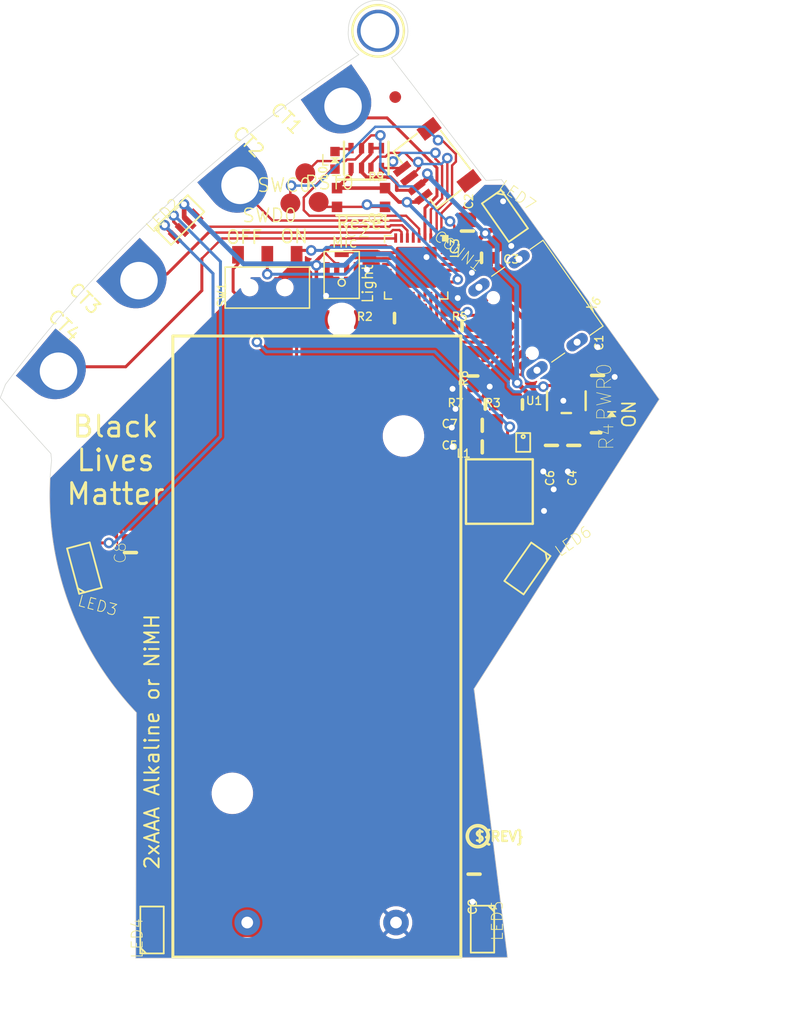
<source format=kicad_pcb>
(kicad_pcb (version 20221018) (generator pcbnew)
  (layers (0 "F.Cu" signal) (1 "In1.Cu" signal) (2 "In2.Cu" signal) (3 "In3.Cu" signal) (4 "In4.Cu" signal) (5 "In5.Cu" signal) (6 "In6.Cu" signal) (7 "In7.Cu" signal) (8 "In8.Cu" signal) (9 "In9.Cu" signal) (10 "In10.Cu" signal) (11 "In11.Cu" signal) (12 "In12.Cu" signal) (13 "In13.Cu" signal) (14 "In14.Cu" signal) (31 "B.Cu" signal) (34 "B.Paste" user) (35 "F.Paste" user) (36 "B.SilkS" user "B.Silkscreen") (37 "F.SilkS" user "F.Silkscreen") (38 "B.Mask" user) (39 "F.Mask" user) (44 "Edge.Cuts" user))
  (net 0 "")
  (net 1 "GND")
  (net 2 "D+")
  (net 3 "D-")
  (net 4 "VBUS")
  (net 5 "N$6")
  (net 6 "VBAT")
  (net 7 "~{RESET}")
  (net 8 "3.3V")
  (net 9 "SWC")
  (net 10 "SWD")
  (net 11 "VDDCORE")
  (net 12 "CC1")
  (net 13 "CC2")
  (net 14 "TPS_EN")
  (net 15 "FB")
  (net 16 "SW")
  (net 17 "AP_EN")
  (net 18 "I2S_SCK")
  (net 19 "I2S_DO")
  (net 20 "LIGHT")
  (net 21 "CT2")
  (net 22 "CT3")
  (net 23 "CT4")
  (net 24 "N$10")
  (net 25 "N$11")
  (net 26 "N$12")
  (net 27 "N$13")
  (net 28 "N$16")
  (net 29 "CT1")
  (net 30 "NEOPIXEL")
  (net 31 "LED")
  (net 32 "SDA")
  (net 33 "SCL")
  (net 34 "N$1")
  (footprint "working:MOUNTINGHOLE_3.0_PLATEDTHIN" (layer "F.Cu") (at 152.6286 66.74485)
    (fp_text reference "U$33" hide)
    (fp_text value "MOUNTINGHOLE3.0THIN" hide)
  )
  (footprint "working:0805-NO" (layer "F.Cu") (at 161.5186 100.39985 180)
    (fp_text reference "C7")
    (fp_text value "10uF")
  )
  (footprint "working:0805-NO" (layer "F.Cu") (at 171.3611 96.14535 90)
    (fp_text reference "C1")
    (fp_text value "10uF")
  )
  (footprint "working:FIDUCIAL_1MM" (layer "F.Cu") (at 137.8331 142.18285)
    (fp_text reference "FID1" hide)
    (fp_text value "FIDUCIAL_1MM" hide)
  )
  (footprint "working:EG1390" (layer "F.Cu") (at 143.1671 88.65235)
    (fp_text reference "SW1")
    (fp_text value "")
  )
  (footprint "working:SOT563" (layer "F.Cu") (at 165.0111 101.86035)
    (fp_text reference "IC1" hide)
    (fp_text value "TPS61023" hide)
  )
  (footprint "working:0805-NO" (layer "F.Cu") (at 160.2486 83.82635 90)
    (fp_text reference "C2")
    (fp_text value "10uF")
  )
  (footprint "working:INDUCTOR_5X5MM_TDK_VLC5045" (layer "F.Cu") (at 162.9791 106.05135)
    (fp_text reference "L1")
    (fp_text value "1uH")
  )
  (footprint "working:BTN_KMR2_4.6X2.8" (layer "F.Cu") (at 151.1681 80.963769 180)
    (fp_text reference "Q2")
    (fp_text value "reset")
  )
  (footprint "working:0805-NO" (layer "F.Cu") (at 131.4831 111.25835 90)
    (fp_text reference "C8")
    (fp_text value "10uF")
  )
  (footprint "working:TP17R" (layer "F.Cu") (at 146.4056 78.89875 180)
    (fp_text reference "SWC0")
    (fp_text value "TPTP17R")
  )
  (footprint "working:TP17R" (layer "F.Cu") (at 145.1356 81.47685 180)
    (fp_text reference "SWD0")
    (fp_text value "TPTP17R")
  )
  (footprint "working:SPK0415HM4H" (layer "F.Cu") (at 149.5171 87.57285 180)
    (fp_text reference "IC2")
    (fp_text value "MIC_PDM")
  )
  (footprint "working:PCB_ALLI" (layer "F.Cu") (at 132.570307 88.41695 45)
    (fp_text reference "TP4" hide)
    (fp_text value "SEWTAPPCB_ALLIGATOR" hide)
  )
  (footprint "working:CHIPLED_0603_NOOUTLINE" (layer "F.Cu") (at 172.5676 99.44735)
    (fp_text reference "PWR0")
    (fp_text value "green")
  )
  (footprint "working:0603-NO" (layer "F.Cu") (at 161.7726 98.62185 180)
    (fp_text reference "R7")
    (fp_text value "100K")
  )
  (footprint "working:PCB_ALLI" (layer "F.Cu") (at 141.164015 80.317725 40)
    (fp_text reference "TP3" hide)
    (fp_text value "SEWTAPPCB_ALLIGATOR" hide)
  )
  (footprint "working:JST_SH4" (layer "F.Cu") (at 157.5816 78.17485 127.5)
    (fp_text reference "CONN1")
    (fp_text value "STEMMA_I2C_QT" hide)
  )
  (footprint "working:WS2812B_4020" (layer "F.Cu") (at 163.45309 82.537754 -55)
    (fp_text reference "LED7")
    (fp_text value "WS2812B_4020")
  )
  (footprint "working:PCB_ALLI" (layer "F.Cu") (at 149.92399 73.60156 35)
    (fp_text reference "TP2" hide)
    (fp_text value "SEWTAPPCB_ALLIGATOR" hide)
  )
  (footprint "working:0603-NO" (layer "F.Cu") (at 161.4551 86.11235)
    (fp_text reference "C3")
    (fp_text value "1uF")
  )
  (footprint "working:2XAAA" (layer "F.Cu") (at 135.1026 92.77985 -90)
    (fp_text reference "BATT1" hide)
    (fp_text value "BATTERYHOLDER_2XAAA" hide)
  )
  (footprint "working:CHIPLED_0603_NOOUTLINE" (layer "F.Cu") (at 148.9456 77.79385)
    (fp_text reference "L0")
    (fp_text value "red")
  )
  (footprint "working:0805-NO" (layer "F.Cu") (at 169.3291 102.11435 -90)
    (fp_text reference "C4")
    (fp_text value "10uF")
  )
  (footprint "working:PCBFEAT-REV-040" (layer "F.Cu") (at 161.1376 135.45185)
    (fp_text reference "U$40" hide)
    (fp_text value "" hide)
  )
  (footprint "working:WS2812B_4020" (layer "F.Cu") (at 133.3246 143.45285 90)
    (fp_text reference "LED4")
    (fp_text value "WS2812B_4020")
  )
  (footprint "working:ALS-PT26-21C" (layer "F.Cu") (at 149.5171 91.38285 180)
    (fp_text reference "U2" hide)
    (fp_text value "ALS-PT26-21C" hide)
  )
  (footprint "working:0603-NO" (layer "F.Cu") (at 159.789231 91.9287)
    (fp_text reference "R5")
    (fp_text value "5.1K")
  )
  (footprint "working:0603-NO" (layer "F.Cu") (at 164.9476 98.62185 180)
    (fp_text reference "R3")
    (fp_text value "450K")
  )
  (footprint "working:0603-NO" (layer "F.Cu") (at 160.738003 96.190254 90)
    (fp_text reference "R6")
    (fp_text value "5.1K")
  )
  (footprint "working:WS2812B_4020" (layer "F.Cu") (at 135.663206 82.884747 45)
    (fp_text reference "LED2")
    (fp_text value "WS2812B_4020")
  )
  (footprint "working:PCB_ALLI" (layer "F.Cu") (at 125.72761 96.113572 50)
    (fp_text reference "TP1" hide)
    (fp_text value "SEWTAPPCB_ALLIGATOR" hide)
  )
  (footprint "working:QFN32_5MM" (layer "F.Cu") (at 155.874718 86.92261 -90)
    (fp_text reference "IC3")
    (fp_text value "ATSAMD21E")
  )
  (footprint "working:TP17R" (layer "F.Cu") (at 147.5486 81.34985)
    (fp_text reference "RST0")
    (fp_text value "TPTP17R")
  )
  (footprint "working:SOT23-5" (layer "F.Cu") (at 168.6941 98.30435 180)
    (fp_text reference "U1")
    (fp_text value "AP2112K-3.3")
  )
  (footprint "working:0805-NO" (layer "F.Cu") (at 167.4241 102.11435 -90)
    (fp_text reference "C6")
    (fp_text value "10uF")
  )
  (footprint "working:USB_C_CUSB31-CFM2AX-01-X" (layer "F.Cu") (at 166.145075 90.463035 125)
    (fp_text reference "X6")
    (fp_text value "USB C")
  )
  (footprint "working:RESPACK_4X0603" (layer "F.Cu") (at 151.6126 77.60335 180)
    (fp_text reference "R9")
    (fp_text value "10K")
  )
  (footprint "working:WS2812B_4020" (layer "F.Cu") (at 161.535003 143.38251 -90)
    (fp_text reference "LED5")
    (fp_text value "WS2812B_4020")
  )
  (footprint "working:FIDUCIAL_1MM" (layer "F.Cu") (at 154.0891 72.39635)
    (fp_text reference "FID2" hide)
    (fp_text value "FIDUCIAL_1MM" hide)
  )
  (footprint "working:0805-NO" (layer "F.Cu") (at 160.8201 138.69035 -90)
    (fp_text reference "C9")
    (fp_text value "10uF")
  )
  (footprint "working:0805-NO" (layer "F.Cu") (at 161.5186 102.24135 180)
    (fp_text reference "C5")
    (fp_text value "10uF")
  )
  (footprint "working:WS2812B_4020" (layer "F.Cu") (at 127.55295 112.58085 105)
    (fp_text reference "LED3")
    (fp_text value "WS2812B_4020")
  )
  (footprint "working:0603-NO" (layer "F.Cu") (at 154.0256 91.25585 180)
    (fp_text reference "R2")
    (fp_text value "10K")
  )
  (footprint "working:WS2812B_4020" (layer "F.Cu") (at 165.371346 112.613335 -125)
    (fp_text reference "LED6")
    (fp_text value "WS2812B_4020")
  )
  (footprint "working:0603-NO" (layer "F.Cu") (at 171.2341 101.03485 -90)
    (fp_text reference "R4")
    (fp_text value "10K")
  )
  (footprint "working:BLM_FRONT" (layer "B.Cu") (at 176.3141 148.97735 180)
    (fp_text reference "U$1" hide)
    (fp_text value "" hide)
  )
  (gr_line (start 124.7521 103.38435) (end 124.6886 102.81285) (stroke (width 0.05)) (layer "Edge.Cuts"))
  (gr_line (start 153.7716 69.03085) (end 161.8361 79.50835) (stroke (width 0.05)) (layer "Edge.Cuts"))
  (gr_arc (start 150.9776 68.77685) (mid 150.252356 67.848203) (end 150.0886 66.68135) (stroke (width 0.05)) (layer "Edge.Cuts"))
  (gr_line (start 131.9276 145.86585) (end 131.9911 124.91085) (stroke (width 0.05)) (layer "Edge.Cuts"))
  (gr_line (start 160.8201 122.87885) (end 163.6776 145.80235) (stroke (width 0.05)) (layer "Edge.Cuts"))
  (gr_line (start 163.6776 145.80235) (end 131.9276 145.86585) (stroke (width 0.05)) (layer "Edge.Cuts"))
  (gr_line (start 161.8361 79.50835) (end 163.1696 79.44485) (stroke (width 0.05)) (layer "Edge.Cuts"))
  (gr_arc (start 155.1686 66.80835) (mid 154.767859 68.106763) (end 153.7716 69.030851) (stroke (width 0.05)) (layer "Edge.Cuts"))
  (gr_arc (start 152.5651 64.14135) (mid 154.419204 64.935647) (end 155.1686 66.80835) (stroke (width 0.05)) (layer "Edge.Cuts"))
  (gr_line (start 124.6886 102.81285) (end 120.3706 98.05035) (stroke (width 0.05)) (layer "Edge.Cuts"))
  (gr_arc (start 131.9911 124.91085) (mid 125.985445 114.950024) (end 124.752101 103.38435) (stroke (width 0.05)) (layer "Edge.Cuts"))
  (gr_arc (start 120.8151 96.90735) (mid 134.6658 81.522662) (end 150.9776 68.77685) (stroke (width 0.05)) (layer "Edge.Cuts"))
  (gr_line (start 163.1696 79.44485) (end 176.6316 98.17735) (stroke (width 0.05)) (layer "Edge.Cuts"))
  (gr_line (start 176.6316 98.17735) (end 160.8201 122.87885) (stroke (width 0.05)) (layer "Edge.Cuts"))
  (gr_arc (start 150.0886 66.68135) (mid 150.800799 64.89845) (end 152.5651 64.14135) (stroke (width 0.05)) (layer "Edge.Cuts"))
  (gr_line (start 120.3706 98.05035) (end 120.8151 96.90735) (stroke (width 0.05)) (layer "Edge.Cuts"))
  (gr_text "ON" (at 173.3931 98.17735 90) (layer "F.SilkS") (effects (font (size 1.1176 1.1176) (thickness 0.1524)) (justify right top)))
  (gr_text "CT4" (at 127.411397 92.535425 315) (layer "F.SilkS") (effects (font (size 1.1176 1.1176) (thickness 0.1524)) (justify right top)))
  (gr_text "2xAAA Alkaline or NiMH" (at 133.3246 127.38735 90) (layer "F.SilkS") (effects (font (size 1.22936 1.22936) (thickness 0.16764))))
  (gr_text "CT3" (at 129.181691 90.250747 315) (layer "F.SilkS") (effects (font (size 1.1176 1.1176) (thickness 0.1524)) (justify right top)))
  (gr_text "L" (at 148.0566 77.79385) (layer "F.SilkS") (effects (font (size 0.89408 0.89408) (thickness 0.12192))))
  (gr_text "ON" (at 146.7231 83.63585) (layer "F.SilkS") (effects (font (size 1.1176 1.1176) (thickness 0.1524)) (justify right top)))
  (gr_text "CT2" (at 143.159393 76.886254 315) (layer "F.SilkS") (effects (font (size 1.1176 1.1176) (thickness 0.1524)) (justify right top)))
  (gr_text "Mic" (at 149.7711 84.77885) (layer "F.SilkS") (effects (font (size 0.89408 0.89408) (thickness 0.12192))))
  (gr_text "OFF" (at 142.8496 83.69935) (layer "F.SilkS") (effects (font (size 1.1176 1.1176) (thickness 0.1524)) (justify right top)))
  (gr_text "Black\nLives\nMatter" (at 130.2131 103.38435) (layer "F.SilkS") (effects (font (size 1.78816 1.78816) (thickness 0.24384))))
  (gr_text "Reset" (at 148.9456 83.76285) (layer "F.SilkS") (effects (font (size 1.1176 1.1176) (thickness 0.1524)) (justify left bottom)))
  (gr_text "Light" (at 151.7396 88.33485 90) (layer "F.SilkS") (effects (font (size 0.89408 0.89408) (thickness 0.12192))))
  (gr_text "CT1" (at 146.40879 74.876044 315) (layer "F.SilkS") (effects (font (size 1.1176 1.1176) (thickness 0.1524)) (justify right top)))
  (segment (start 150.3126 78.45335) (end 150.3126 78.969269) (width 0.3048) (layer "F.Cu") (net 1))
  (segment (start 154.404181 81.34985) (end 155.2956 81.34985) (width 0.3048) (layer "F.Cu") (net 1))
  (segment (start 154.624718 85.67261) (end 155.874718 86.92261) (width 0.254) (layer "F.Cu") (net 1))
  (segment (start 158.374718 87.17261) (end 156.124718 87.17261) (width 0.254) (layer "F.Cu") (net 1))
  (segment (start 140.2461 87.06485) (end 140.2461 88.96985) (width 0.254) (layer "F.Cu") (net 1))
  (segment (start 158.374718 87.17261) (end 160.102359 87.17261) (width 0.254) (layer "F.Cu") (net 1))
  (segment (start 155.874718 86.92261) (end 156.748478 86.04885) (width 0.254) (layer "F.Cu") (net 1))
  (segment (start 153.374718 85.67261) (end 154.624718 85.67261) (width 0.254) (layer "F.Cu") (net 1))
  (segment (start 150.3126 78.969269) (end 149.1181 80.163769) (width 0.3048) (layer "F.Cu") (net 1))
  (segment (start 134.404496 83.328038) (end 134.404496 83.464519) (width 0.254) (layer "F.Cu") (net 1))
  (segment (start 155.2956 81.34985) (end 156.045706 81.34985) (width 0.3048) (layer "F.Cu") (net 1))
  (segment (start 160.0581 89.66835) (end 159.2326 89.66835) (width 0.254) (layer "F.Cu") (net 1))
  (segment (start 156.748478 86.04885) (end 156.7561 86.04885) (width 0.254) (layer "F.Cu") (net 1))
  (segment (start 152.6921 85.60435) (end 152.760359 85.67261) (width 0.254) (layer "F.Cu") (net 1))
  (segment (start 135.274296 84.334319) (end 134.404496 83.464519) (width 0.254) (layer "F.Cu") (net 1))
  (segment (start 155.2956 81.34985) (end 155.281937 81.363513) (width 0.3048) (layer "F.Cu") (net 1))
  (segment (start 156.124718 87.17261) (end 155.874718 86.92261) (width 0.254) (layer "F.Cu") (net 1))
  (segment (start 160.384303 89.875079) (end 160.308575 89.79935) (width 0.254) (layer "F.Cu") (net 1))
  (segment (start 140.6671 85.85235) (end 140.6671 86.64385) (width 0.254) (layer "F.Cu") (net 1))
  (segment (start 160.1891 89.79935) (end 160.0581 89.66835) (width 0.254) (layer "F.Cu") (net 1))
  (segment (start 159.2326 89.66835) (end 158.939231 89.961719) (width 0.254) (layer "F.Cu") (net 1))
  (segment (start 162.3051 86.78635) (end 162.3051 86.11235) (width 0.254) (layer "F.Cu") (net 1))
  (segment (start 153.2181 80.163769) (end 154.404181 81.34985) (width 0.3048) (layer "F.Cu") (net 1))
  (segment (start 148.8921 88.19785) (end 148.2671 87.57285) (width 0.254) (layer "F.Cu") (net 1))
  (segment (start 149.7356 85.60435) (end 152.6921 85.60435) (width 0.254) (layer "F.Cu") (net 1))
  (segment (start 160.102359 87.17261) (end 160.3121 87.38235) (width 0.254) (layer "F.Cu") (net 1))
  (segment (start 149.0921 88.19785) (end 148.8921 88.19785) (width 0.254) (layer "F.Cu") (net 1))
  (segment (start 140.6671 89.39085) (end 140.6671 91.45235) (width 0.254) (layer "F.Cu") (net 1))
  (segment (start 161.405734 89.875079) (end 160.384303 89.875079) (width 0.254) (layer "F.Cu") (net 1))
  (segment (start 152.760359 85.67261) (end 153.374718 85.67261) (width 0.254) (layer "F.Cu") (net 1))
  (segment (start 156.045706 81.34985) (end 156.50025 80.895307) (width 0.3048) (layer "F.Cu") (net 1))
  (segment (start 149.1181 80.163769) (end 153.2181 80.163769) (width 0.3048) (layer "F.Cu") (net 1))
  (segment (start 155.281937 81.363513) (end 155.087293 81.363513) (width 0.3048) (layer "F.Cu") (net 1))
  (segment (start 149.5171 85.82285) (end 149.7356 85.60435) (width 0.254) (layer "F.Cu") (net 1))
  (segment (start 158.939231 89.961719) (end 158.939231 91.9287) (width 0.254) (layer "F.Cu") (net 1))
  (segment (start 160.3121 87.38235) (end 161.7091 87.38235) (width 0.254) (layer "F.Cu") (net 1))
  (segment (start 140.6671 86.64385) (end 140.2461 87.06485) (width 0.254) (layer "F.Cu") (net 1))
  (segment (start 160.308575 89.79935) (end 160.1891 89.79935) (width 0.254) (layer "F.Cu") (net 1))
  (segment (start 140.2461 88.96985) (end 140.6671 89.39085) (width 0.254) (layer "F.Cu") (net 1))
  (segment (start 161.7091 87.38235) (end 162.3051 86.78635) (width 0.254) (layer "F.Cu") (net 1))
  (via (at 172.8216 96.27235) (size 0.9064) (drill 0.5) (layers "F.Cu" "B.Cu") (net 1))
  (via (at 168.4401 98.30435) (size 0.9064) (drill 0.5) (layers "F.Cu" "B.Cu") (net 1))
  (via (at 151.6761 87.12835) (size 0.9064) (drill 0.5) (layers "F.Cu" "B.Cu") (net 1))
  (via (at 163.9951 85.09635) (size 0.9064) (drill 0.5) (layers "F.Cu" "B.Cu") (net 1))
  (via (at 162.1536 97.09785) (size 0.9064) (drill 0.5) (layers "F.Cu" "B.Cu") (net 1))
  (via (at 166.7891 107.70235) (size 0.9064) (drill 0.5) (layers "F.Cu" "B.Cu") (net 1))
  (via (at 158.9151 100.59035) (size 0.9064) (drill 0.5) (layers "F.Cu" "B.Cu") (net 1))
  (via (at 156.7561 86.04885) (size 0.9064) (drill 0.5) (layers "F.Cu" "B.Cu") (net 1))
  (via (at 159.2326 99.00285) (size 0.9064) (drill 0.5) (layers "F.Cu" "B.Cu") (net 1))
  (via (at 158.9786 97.28835) (size 0.9064) (drill 0.5) (layers "F.Cu" "B.Cu") (net 1))
  (via (at 159.4231 89.54135) (size 0.9064) (drill 0.5) (layers "F.Cu" "B.Cu") (net 1))
  (via (at 168.8211 104.33685) (size 0.9064) (drill 0.5) (layers "F.Cu" "B.Cu") (net 1))
  (via (at 134.404496 83.328038) (size 0.9064) (drill 0.5) (layers "F.Cu" "B.Cu") (net 1))
  (via (at 171.3611 93.73235) (size 0.9064) (drill 0.5) (layers "F.Cu" "B.Cu") (net 1))
  (via (at 160.6296 87.38235) (size 0.9064) (drill 0.5) (layers "F.Cu" "B.Cu") (net 1))
  (via (at 163.2966 81.28635) (size 0.9064) (drill 0.5) (layers "F.Cu" "B.Cu") (net 1))
  (via (at 158.9786 102.24135) (size 0.9064) (drill 0.5) (layers "F.Cu" "B.Cu") (net 1))
  (via (at 166.7256 104.33685) (size 0.9064) (drill 0.5) (layers "F.Cu" "B.Cu") (net 1))
  (via (at 160.6931 141.03985) (size 0.9064) (drill 0.5) (layers "F.Cu" "B.Cu") (net 1))
  (via (at 148.1836 89.35085) (size 0.9064) (drill 0.5) (layers "F.Cu" "B.Cu") (net 1))
  (via (at 155.087293 81.363513) (size 0.9064) (drill 0.5) (layers "F.Cu" "B.Cu") (net 1))
  (via (at 167.6146 105.86085) (size 0.9064) (drill 0.5) (layers "F.Cu" "B.Cu") (net 1))
  (segment (start 157.9626 84.238819) (end 157.9626 84.27085) (width 0.3048) (layer "B.Cu") (net 1))
  (segment (start 134.404496 83.328038) (end 138.5316 87.455141) (width 0.254) (layer "B.Cu") (net 1))
  (segment (start 138.5316 87.455141) (end 138.5316 92.08135) (width 0.254) (layer "B.Cu") (net 1))
  (segment (start 155.087293 81.363513) (end 157.9626 84.238819) (width 0.3048) (layer "B.Cu") (net 1))
  (segment (start 164.1221 91.76385) (end 164.1221 92.08135) (width 0.254) (layer "F.Cu") (net 2))
  (segment (start 162.810996 91.882) (end 163.045965 91.647032) (width 0.254) (layer "F.Cu") (net 2))
  (segment (start 162.484181 92.116969) (end 162.576028 92.116969) (width 0.254) (layer "F.Cu") (net 2))
  (segment (start 161.7578 92.84335) (end 162.484181 92.116969) (width 0.254) (layer "F.Cu") (net 2))
  (segment (start 164.1221 92.08135) (end 163.549918 92.653532) (width 0.254) (layer "F.Cu") (net 2))
  (segment (start 163.332568 91.44635) (end 163.8046 91.44635) (width 0.254) (layer "F.Cu") (net 2))
  (segment (start 163.549918 92.653532) (end 163.481981 92.653532) (width 0.254) (layer "F.Cu") (net 2))
  (segment (start 157.624718 89.42261) (end 157.624718 92.441969) (width 0.254) (layer "F.Cu") (net 2))
  (segment (start 163.434359 92.701154) (end 163.384575 92.701154) (width 0.254) (layer "F.Cu") (net 2))
  (segment (start 158.0261 92.84335) (end 161.7578 92.84335) (width 0.254) (layer "F.Cu") (net 2))
  (segment (start 163.045965 91.647032) (end 163.332568 91.44635) (width 0.254) (layer "F.Cu") (net 2))
  (segment (start 163.481981 92.653532) (end 163.434359 92.701154) (width 0.254) (layer "F.Cu") (net 2))
  (segment (start 157.624718 92.441969) (end 158.0261 92.84335) (width 0.254) (layer "F.Cu") (net 2))
  (segment (start 162.576028 92.116969) (end 162.810996 91.882) (width 0.254) (layer "F.Cu") (net 2))
  (segment (start 163.8046 91.44635) (end 164.1221 91.76385) (width 0.254) (layer "F.Cu") (net 2))
  (segment (start 162.18374 93.190991) (end 162.7251 93.73235) (width 0.254) (layer "F.Cu") (net 3))
  (segment (start 161.947181 93.30055) (end 162.18374 93.063991) (width 0.254) (layer "F.Cu") (net 3))
  (segment (start 163.048006 92.291575) (end 163.097784 92.291575) (width 0.254) (layer "F.Cu") (net 3))
  (segment (start 162.673562 92.574169) (end 162.765412 92.574169) (width 0.254) (layer "F.Cu") (net 3))
  (segment (start 162.765412 92.574169) (end 163.048006 92.291575) (width 0.254) (layer "F.Cu") (net 3))
  (segment (start 163.392168 93.298069) (end 163.484021 93.298069) (width 0.254) (layer "F.Cu") (net 3))
  (segment (start 157.124718 89.42261) (end 157.124718 92.703969) (width 0.254) (layer "F.Cu") (net 3))
  (segment (start 162.7251 93.73235) (end 162.957887 93.73235) (width 0.254) (layer "F.Cu") (net 3))
  (segment (start 163.484021 93.298069) (end 163.671362 93.110729) (width 0.254) (layer "F.Cu") (net 3))
  (segment (start 157.7213 93.30055) (end 161.947181 93.30055) (width 0.254) (layer "F.Cu") (net 3))
  (segment (start 157.124718 92.703969) (end 157.7213 93.30055) (width 0.254) (layer "F.Cu") (net 3))
  (segment (start 162.18374 93.063991) (end 162.673562 92.574169) (width 0.254) (layer "F.Cu") (net 3))
  (segment (start 162.957887 93.73235) (end 163.392168 93.298069) (width 0.254) (layer "F.Cu") (net 3))
  (segment (start 162.18374 93.063991) (end 162.18374 93.190991) (width 0.254) (layer "F.Cu") (net 3))
  (segment (start 160.517228 91.016479) (end 160.2486 90.74785) (width 0.254) (layer "F.Cu") (net 4))
  (segment (start 146.9136 85.47735) (end 145.8516 85.47735) (width 0.254) (layer "F.Cu") (net 4))
  (segment (start 163.999068 90.243819) (end 165.8366 92.08135) (width 0.4064) (layer "F.Cu") (net 4))
  (segment (start 169.895578 97.09535) (end 169.6441 96.89496) (width 0.4064) (layer "F.Cu") (net 4))
  (segment (start 145.8516 85.47735) (end 145.6671 85.66185) (width 0.254) (layer "F.Cu") (net 4))
  (segment (start 164.617762 94.443738) (end 164.617762 94.462329) (width 0.254) (layer "F.Cu") (net 4))
  (segment (start 162.151178 90.243819) (end 161.864596 90.5304) (width 0.3048) (layer "F.Cu") (net 4))
  (segment (start 169.6441 97.00425) (end 169.6441 96.89496) (width 0.4064) (layer "F.Cu") (net 4))
  (segment (start 165.8366 93.038679) (end 165.8366 92.08135) (width 0.4064) (layer "F.Cu") (net 4))
  (segment (start 169.895578 97.09535) (end 171.3611 97.09535) (width 0.4064) (layer "F.Cu") (net 4))
  (segment (start 165.313665 93.561613) (end 165.8366 93.038679) (width 0.4064) (layer "F.Cu") (net 4))
  (segment (start 169.6441 95.88885) (end 169.6441 97.00425) (width 0.4064) (layer "F.Cu") (net 4))
  (segment (start 162.151178 90.243819) (end 163.999068 90.243819) (width 0.3048) (layer "F.Cu") (net 4))
  (segment (start 165.313665 93.561613) (end 165.091846 93.783432) (width 0.254) (layer "F.Cu") (net 4))
  (segment (start 165.091846 93.783432) (end 165.025787 94.158035) (width 0.254) (layer "F.Cu") (net 4))
  (segment (start 145.6671 85.85235) (end 145.6671 85.66185) (width 0.254) (layer "F.Cu") (net 4))
  (segment (start 165.8366 92.08135) (end 169.6441 95.88885) (width 0.4064) (layer "F.Cu") (net 4))
  (segment (start 165.025787 94.158035) (end 164.617762 94.443738) (width 0.254) (layer "F.Cu") (net 4))
  (segment (start 161.864596 90.5304) (end 161.378518 91.016479) (width 0.254) (layer "F.Cu") (net 4))
  (segment (start 161.378518 91.016479) (end 160.517228 91.016479) (width 0.254) (layer "F.Cu") (net 4))
  (via (at 160.2486 90.74785) (size 0.9064) (drill 0.5) (layers "F.Cu" "B.Cu") (net 4))
  (via (at 146.9136 85.47735) (size 0.9064) (drill 0.5) (layers "F.Cu" "B.Cu") (net 4))
  (segment (start 147.9296 85.47735) (end 146.9136 85.47735) (width 0.254) (layer "B.Cu") (net 4))
  (segment (start 148.1836 85.22335) (end 147.9296 85.47735) (width 0.254) (layer "B.Cu") (net 4))
  (segment (start 160.2486 90.74785) (end 159.2961 90.74785) (width 0.254) (layer "B.Cu") (net 4))
  (segment (start 153.7716 85.22335) (end 148.1836 85.22335) (width 0.254) (layer "B.Cu") (net 4))
  (segment (start 159.2961 90.74785) (end 153.7716 85.22335) (width 0.254) (layer "B.Cu") (net 4))
  (segment (start 172.5551 100.18485) (end 172.5676 100.19735) (width 0.254) (layer "F.Cu") (net 5))
  (segment (start 171.2341 100.18485) (end 172.5551 100.18485) (width 0.254) (layer "F.Cu") (net 5))
  (segment (start 145.6671 99.72485) (end 150.2791 104.33685) (width 0.254) (layer "F.Cu") (net 6))
  (segment (start 159.6646 104.33685) (end 150.2791 104.33685) (width 0.254) (layer "F.Cu") (net 6))
  (segment (start 161.3791 106.05135) (end 159.6646 104.33685) (width 0.254) (layer "F.Cu") (net 6))
  (segment (start 145.6671 91.45235) (end 145.6671 99.72485) (width 0.254) (layer "F.Cu") (net 6))
  (segment (start 151.6761 81.763769) (end 149.1181 81.763769) (width 0.2032) (layer "F.Cu") (net 7))
  (segment (start 153.2181 81.763769) (end 151.6761 81.763769) (width 0.2032) (layer "F.Cu") (net 7))
  (segment (start 159.4231 88.17261) (end 159.4231 87.95385) (width 0.254) (layer "F.Cu") (net 7))
  (segment (start 147.962518 81.763769) (end 149.1181 81.763769) (width 0.2032) (layer "F.Cu") (net 7))
  (segment (start 151.6761 81.573269) (end 151.6761 81.763769) (width 0.2032) (layer "F.Cu") (net 7))
  (segment (start 147.5486 81.34985) (end 147.962518 81.763769) (width 0.2032) (layer "F.Cu") (net 7))
  (segment (start 158.374718 88.17261) (end 159.4231 88.17261) (width 0.254) (layer "F.Cu") (net 7))
  (via (at 151.6761 81.573269) (size 0.9064) (drill 0.5) (layers "F.Cu" "B.Cu") (net 7))
  (via (at 159.4231 87.95385) (size 0.9064) (drill 0.5) (layers "F.Cu" "B.Cu") (net 7))
  (segment (start 159.4231 87.95385) (end 159.4866 87.89035) (width 0.254) (layer "B.Cu") (net 7))
  (segment (start 159.4866 87.63635) (end 153.5176 81.66735) (width 0.254) (layer "B.Cu") (net 7))
  (segment (start 159.4866 87.63635) (end 159.4866 87.89035) (width 0.254) (layer "B.Cu") (net 7))
  (segment (start 151.6761 81.573269) (end 151.770181 81.66735) (width 0.254) (layer "B.Cu") (net 7))
  (segment (start 153.5176 81.66735) (end 151.770181 81.66735) (width 0.254) (layer "B.Cu") (net 7))
  (segment (start 135.8591 143.00285) (end 137.3251 144.46885) (width 0.4064) (layer "F.Cu") (net 8))
  (segment (start 152.0126 76.75335) (end 152.9126 76.75335) (width 0.254) (layer "F.Cu") (net 8))
  (segment (start 155.709871 80.347069) (end 154.2161 80.347069) (width 0.254) (layer "F.Cu") (net 8))
  (segment (start 161.7726 84.01685) (end 161.8996 84.01685) (width 0.4064) (layer "F.Cu") (net 8))
  (segment (start 161.61385 84.1756) (end 161.0131 84.77635) (width 0.4064) (layer "F.Cu") (net 8))
  (segment (start 162.67054 83.76285) (end 162.1536 83.76285) (width 0.4064) (layer "F.Cu") (net 8))
  (segment (start 151.2126 78.45335) (end 151.2126 78.795325) (width 0.3048) (layer "F.Cu") (net 8))
  (segment (start 164.5031 96.78035) (end 165.7976 98.07485) (width 0.4064) (layer "F.Cu") (net 8))
  (segment (start 155.891487 80.101954) (end 156.043115 80.101954) (width 0.4064) (layer "F.Cu") (net 8))
  (segment (start 148.282684 85.886266) (end 148.123934 85.727516) (width 0.2032) (layer "F.Cu") (net 8))
  (segment (start 159.61744 137.74035) (end 159.61494 137.73785) (width 0.4064) (layer "F.Cu") (net 8))
  (segment (start 148.635768 85.09635) (end 148.064268 85.66785) (width 0.254) (layer "F.Cu") (net 8))
  (segment (start 152.0126 77.2499) (end 151.2126 78.0499) (width 0.254) (layer "F.Cu") (net 8))
  (segment (start 152.0126 77.2499) (end 152.0126 76.75335) (width 0.254) (layer "F.Cu") (net 8))
  (segment (start 147.7171 91.38285) (end 147.3581 91.02385) (width 0.3048) (layer "F.Cu") (net 8))
  (segment (start 159.61494 143.83251) (end 160.785003 143.83251) (width 0.4064) (layer "F.Cu") (net 8))
  (segment (start 170.1571 101.16435) (end 170.7896 101.79685) (width 0.4064) (layer "F.Cu") (net 8))
  (segment (start 136.511734 83.096882) (end 136.067234 82.652382) (width 0.4064) (layer "F.Cu") (net 8))
  (segment (start 130.75035 112.9411) (end 130.68935 112.9411) (width 0.4064) (layer "F.Cu") (net 8))
  (segment (start 159.61494 143.83251) (end 159.61494 137.73785) (width 0.4064) (layer "F.Cu") (net 8))
  (segment (start 159.6136 133.67385) (end 159.6136 115.32235) (width 0.4064) (layer "F.Cu") (net 8))
  (segment (start 151.650825 79.23355) (end 151.2126 78.795325) (width 0.3048) (layer "F.Cu") (net 8))
  (segment (start 147.3581 86.74735) (end 147.3581 86.36635) (width 0.3048) (layer "F.Cu") (net 8))
  (segment (start 148.282684 85.886266) (end 148.064268 85.66785) (width 0.1778) (layer "F.Cu") (net 8))
  (segment (start 147.3581 86.36635) (end 147.675587 86.048863) (width 0.3048) (layer "F.Cu") (net 8))
  (segment (start 154.2161 79.76235) (end 154.2161 80.347069) (width 0.3048) (layer "F.Cu") (net 8))
  (segment (start 163.096834 83.336557) (end 162.67054 83.76285) (width 0.4064) (layer "F.Cu") (net 8))
  (segment (start 155.891487 80.101954) (end 155.891487 80.165454) (width 0.254) (layer "F.Cu") (net 8))
  (segment (start 134.0746 143.00285) (end 135.8591 143.00285) (width 0.4064) (layer "F.Cu") (net 8))
  (segment (start 151.2126 78.45335) (end 151.2126 78.0499) (width 0.254) (layer "F.Cu") (net 8))
  (segment (start 147.996934 85.727516) (end 147.675587 86.048863) (width 0.254) (layer "F.Cu") (net 8))
  (segment (start 149.0921 86.94785) (end 148.917684 86.773435) (width 0.2032) (layer "F.Cu") (net 8))
  (segment (start 170.7896 101.79685) (end 170.7896 103.833972) (width 0.4064) (layer "F.Cu") (net 8))
  (segment (start 148.123934 85.727516) (end 147.996934 85.727516) (width 0.2032) (layer "F.Cu") (net 8))
  (segment (start 158.9786 144.46885) (end 159.61494 143.83251) (width 0.4064) (layer "F.Cu") (net 8))
  (segment (start 128.160929 111.952072) (end 129.700322 111.952072) (width 0.4064) (layer "F.Cu") (net 8))
  (segment (start 159.61494 133.675191) (end 159.6136 133.67385) (width 0.4064) (layer "F.Cu") (net 8))
  (segment (start 161.7726 84.01685) (end 161.7726 84.1756) (width 0.4064) (layer "F.Cu") (net 8))
  (segment (start 162.9791 111.95685) (end 163.6141 111.95685) (width 0.4064) (layer "F.Cu") (net 8))
  (segment (start 135.8591 118.11085) (end 135.8591 143.00285) (width 0.4064) (layer "F.Cu") (net 8))
  (segment (start 153.6873 79.23355) (end 154.2161 79.76235) (width 0.3048) (layer "F.Cu") (net 8))
  (segment (start 170.8776 101.88485) (end 170.7896 101.79685) (width 0.4064) (layer "F.Cu") (net 8))
  (segment (start 130.68935 112.9411) (end 135.8591 118.11085) (width 0.4064) (layer "F.Cu") (net 8))
  (segment (start 131.4831 112.20835) (end 130.75035 112.9411) (width 0.4064) (layer "F.Cu") (net 8))
  (segment (start 171.2341 101.88485) (end 170.8776 101.88485) (width 0.4064) (layer "F.Cu") (net 8))
  (segment (start 153.374718 85.17261) (end 153.298459 85.09635) (width 0.254) (layer "F.Cu") (net 8))
  (segment (start 163.6141 111.95685) (end 163.6141 111.51235) (width 0.4064) (layer "F.Cu") (net 8))
  (segment (start 163.6141 111.51235) (end 165.0746 110.05185) (width 0.4064) (layer "F.Cu") (net 8))
  (segment (start 137.3251 144.46885) (end 158.9786 144.46885) (width 0.4064) (layer "F.Cu") (net 8))
  (segment (start 147.3581 91.02385) (end 147.3581 86.74735) (width 0.3048) (layer "F.Cu") (net 8))
  (segment (start 160.2486 84.77635) (end 160.155381 85.03285) (width 0.254) (layer "F.Cu") (net 8))
  (segment (start 160.8201 137.74035) (end 159.61744 137.74035) (width 0.4064) (layer "F.Cu") (net 8))
  (segment (start 160.2486 84.77635) (end 161.0131 84.77635) (width 0.4064) (layer "F.Cu") (net 8))
  (segment (start 169.3291 101.16435) (end 170.1571 101.16435) (width 0.4064) (layer "F.Cu") (net 8))
  (segment (start 151.650825 79.23355) (end 153.6873 79.23355) (width 0.3048) (layer "F.Cu") (net 8))
  (segment (start 148.917684 86.521266) (end 148.282684 85.886266) (width 0.1778) (layer "F.Cu") (net 8))
  (segment (start 159.61494 137.73785) (end 159.61494 133.675191) (width 0.4064) (layer "F.Cu") (net 8))
  (segment (start 158.374718 86.17261) (end 159.015621 86.17261) (width 0.254) (layer "F.Cu") (net 8))
  (segment (start 166.809518 110.05185) (end 170.7896 103.833972) (width 0.4064) (layer "F.Cu") (net 8))
  (segment (start 148.917684 86.773435) (end 148.917684 86.521266) (width 0.2032) (layer "F.Cu") (net 8))
  (segment (start 165.7976 98.07485) (end 165.7976 98.62185) (width 0.4064) (layer "F.Cu") (net 8))
  (segment (start 156.827218 79.31785) (end 156.043115 80.101954) (width 0.4064) (layer "F.Cu") (net 8))
  (segment (start 129.700322 111.952072) (end 130.68935 112.9411) (width 0.4064) (layer "F.Cu") (net 8))
  (segment (start 159.6136 115.32235) (end 162.9791 111.95685) (width 0.4064) (layer "F.Cu") (net 8))
  (segment (start 136.067234 81.552485) (end 136.0551 81.54035) (width 0.4064) (layer "F.Cu") (net 8))
  (segment (start 161.7726 84.1756) (end 161.61385 84.1756) (width 0.4064) (layer "F.Cu") (net 8))
  (segment (start 165.0746 110.05185) (end 166.809518 110.05185) (width 0.4064) (layer "F.Cu") (net 8))
  (segment (start 162.1536 83.76285) (end 161.8996 84.01685) (width 0.4064) (layer "F.Cu") (net 8))
  (segment (start 153.298459 85.09635) (end 148.635768 85.09635) (width 0.254) (layer "F.Cu") (net 8))
  (segment (start 163.90395 111.95685) (end 164.498871 112.551772) (width 0.4064) (layer "F.Cu") (net 8))
  (segment (start 156.827218 78.93685) (end 156.827218 79.31785) (width 0.4064) (layer "F.Cu") (net 8))
  (segment (start 160.155381 85.03285) (end 159.015621 86.17261) (width 0.254) (layer "F.Cu") (net 8))
  (segment (start 136.067234 81.552485) (end 136.067234 82.652382) (width 0.4064) (layer "F.Cu") (net 8))
  (segment (start 163.6141 111.95685) (end 163.90395 111.95685) (width 0.4064) (layer "F.Cu") (net 8))
  (segment (start 155.891487 80.165454) (end 155.709871 80.347069) (width 0.254) (layer "F.Cu") (net 8))
  (via (at 147.3581 86.74735) (size 0.9064) (drill 0.5) (layers "F.Cu" "B.Cu") (net 8))
  (via (at 136.0551 81.54035) (size 0.9064) (drill 0.5) (layers "F.Cu" "B.Cu") (net 8))
  (via (at 156.827218 78.93685) (size 0.9064) (drill 0.5) (layers "F.Cu" "B.Cu") (net 8))
  (via (at 161.7726 84.01685) (size 0.9064) (drill 0.5) (layers "F.Cu" "B.Cu") (net 8))
  (via (at 164.5031 96.78035) (size 0.9064) (drill 0.5) (layers "F.Cu" "B.Cu") (net 8))
  (segment (start 164.5031 96.71685) (end 164.5031 96.78035) (width 0.4064) (layer "B.Cu") (net 8))
  (segment (start 157.1371 79.38135) (end 157.1371 79.246732) (width 0.4064) (layer "B.Cu") (net 8))
  (segment (start 164.452831 96.666582) (end 164.5031 96.71685) (width 0.4064) (layer "B.Cu") (net 8))
  (segment (start 162.7886 86.889188) (end 164.452831 88.553419) (width 0.4064) (layer "B.Cu") (net 8))
  (segment (start 147.4216 86.62035) (end 141.1351 86.62035) (width 0.4064) (layer "B.Cu") (net 8))
  (segment (start 147.3581 86.74735) (end 147.4216 86.68385) (width 0.4064) (layer "B.Cu") (net 8))
  (segment (start 162.7886 85.03285) (end 162.7886 86.889188) (width 0.4064) (layer "B.Cu") (net 8))
  (segment (start 161.7726 84.01685) (end 157.1371 79.38135) (width 0.4064) (layer "B.Cu") (net 8))
  (segment (start 153.5811 85.79485) (end 150.7236 85.79485) (width 0.4064) (layer "B.Cu") (net 8))
  (segment (start 147.3581 86.74735) (end 149.7711 86.74735) (width 0.4064) (layer "B.Cu") (net 8))
  (segment (start 147.4216 86.62035) (end 147.4216 86.68385) (width 0.4064) (layer "B.Cu") (net 8))
  (segment (start 153.5811 85.79485) (end 164.452831 96.666582) (width 0.4064) (layer "B.Cu") (net 8))
  (segment (start 161.7726 84.01685) (end 162.7886 85.03285) (width 0.4064) (layer "B.Cu") (net 8))
  (segment (start 164.452831 88.553419) (end 164.452831 96.666582) (width 0.4064) (layer "B.Cu") (net 8))
  (segment (start 136.0551 81.54035) (end 141.1351 86.62035) (width 0.4064) (layer "B.Cu") (net 8))
  (segment (start 157.1371 79.246732) (end 156.827218 78.93685) (width 0.4064) (layer "B.Cu") (net 8))
  (segment (start 150.7236 85.79485) (end 149.7711 86.74735) (width 0.4064) (layer "B.Cu") (net 8))
  (segment (start 146.4056 78.89875) (end 147.447 77.85735) (width 0.2032) (layer "F.Cu") (net 9))
  (segment (start 159.1278 85.41385) (end 159.1278 83.364932) (width 0.2032) (layer "F.Cu") (net 9))
  (segment (start 158.86904 85.67261) (end 159.1278 85.41385) (width 0.254) (layer "F.Cu") (net 9))
  (segment (start 147.447 77.85735) (end 149.838468 77.85735) (width 0.2032) (layer "F.Cu") (net 9))
  (segment (start 151.2126 76.75335) (end 151.2126 76.483219) (width 0.2032) (layer "F.Cu") (net 9))
  (segment (start 152.031568 75.66425) (end 151.2126 76.483219) (width 0.2032) (layer "F.Cu") (net 9))
  (segment (start 152.031568 75.66425) (end 152.8191 75.66425) (width 0.2032) (layer "F.Cu") (net 9))
  (segment (start 150.6665 77.72395) (end 151.2126 77.17785) (width 0.2032) (layer "F.Cu") (net 9))
  (segment (start 159.1278 83.364932) (end 158.763718 83.00085) (width 0.2032) (layer "F.Cu") (net 9))
  (segment (start 149.838468 77.85735) (end 149.971868 77.72395) (width 0.2032) (layer "F.Cu") (net 9))
  (segment (start 151.2126 77.17785) (end 151.2126 76.75335) (width 0.2032) (layer "F.Cu") (net 9))
  (segment (start 158.374718 85.67261) (end 158.86904 85.67261) (width 0.254) (layer "F.Cu") (net 9))
  (segment (start 149.971868 77.72395) (end 150.6665 77.72395) (width 0.2032) (layer "F.Cu") (net 9))
  (via (at 152.8191 75.66425) (size 0.9064) (drill 0.5) (layers "F.Cu" "B.Cu") (net 9))
  (via (at 158.763718 83.00085) (size 0.9064) (drill 0.5) (layers "F.Cu" "B.Cu") (net 9))
  (segment (start 154.4701 80.01635) (end 155.5496 80.01635) (width 0.2032) (layer "B.Cu") (net 9))
  (segment (start 158.763718 83.00085) (end 158.5341 83.00085) (width 0.2032) (layer "B.Cu") (net 9))
  (segment (start 152.8191 75.66425) (end 152.8191 78.36535) (width 0.2032) (layer "B.Cu") (net 9))
  (segment (start 155.5496 80.01635) (end 158.5341 83.00085) (width 0.2032) (layer "B.Cu") (net 9))
  (segment (start 152.8191 78.36535) (end 154.4701 80.01635) (width 0.2032) (layer "B.Cu") (net 9))
  (segment (start 145.1356 80.01635) (end 145.1356 81.47685) (width 0.2032) (layer "F.Cu") (net 10))
  (segment (start 158.031118 82.300569) (end 158.9405 81.391188) (width 0.2032) (layer "F.Cu") (net 10))
  (segment (start 158.0849 76.07465) (end 157.741268 76.07465) (width 0.2032) (layer "F.Cu") (net 10))
  (segment (start 158.031118 84.82901) (end 158.031118 82.300569) (width 0.2032) (layer "F.Cu") (net 10))
  (segment (start 159.2667 77.906807) (end 159.2667 77.25645) (width 0.2032) (layer "F.Cu") (net 10))
  (segment (start 159.2667 77.25645) (end 158.0849 76.07465) (width 0.2032) (layer "F.Cu") (net 10))
  (segment (start 158.9405 78.233007) (end 159.2667 77.906807) (width 0.2032) (layer "F.Cu") (net 10))
  (segment (start 145.1991 79.95285) (end 145.1356 80.01635) (width 0.2032) (layer "F.Cu") (net 10))
  (segment (start 158.9405 81.391188) (end 158.9405 78.233007) (width 0.2032) (layer "F.Cu") (net 10))
  (segment (start 158.374718 85.17261) (end 158.031118 84.82901) (width 0.2032) (layer "F.Cu") (net 10))
  (via (at 157.741268 76.07465) (size 0.9064) (drill 0.5) (layers "F.Cu" "B.Cu") (net 10))
  (via (at 145.1991 79.95285) (size 0.9064) (drill 0.5) (layers "F.Cu" "B.Cu") (net 10))
  (segment (start 157.741268 76.07465) (end 156.598268 74.93165) (width 0.2032) (layer "B.Cu") (net 10))
  (segment (start 152.3793 74.93165) (end 147.3581 79.95285) (width 0.2032) (layer "B.Cu") (net 10))
  (segment (start 147.3581 79.95285) (end 145.1991 79.95285) (width 0.2032) (layer "B.Cu") (net 10))
  (segment (start 156.598268 74.93165) (end 152.3793 74.93165) (width 0.2032) (layer "B.Cu") (net 10))
  (segment (start 160.04484 86.67261) (end 160.6051 86.11235) (width 0.254) (layer "F.Cu") (net 11))
  (segment (start 158.374718 86.67261) (end 160.04484 86.67261) (width 0.254) (layer "F.Cu") (net 11))
  (segment (start 163.95815 93.520304) (end 163.723184 93.755269) (width 0.254) (layer "F.Cu") (net 12))
  (segment (start 162.046353 95.340254) (end 160.738003 95.340254) (width 0.254) (layer "F.Cu") (net 12))
  (segment (start 163.631337 93.755269) (end 162.046353 95.340254) (width 0.254) (layer "F.Cu") (net 12))
  (segment (start 163.723184 93.755269) (end 163.631337 93.755269) (width 0.254) (layer "F.Cu") (net 12))
  (segment (start 162.237421 91.062847) (end 162.002443 91.297825) (width 0.254) (layer "F.Cu") (net 13))
  (segment (start 162.002443 91.297825) (end 161.9106 91.297825) (width 0.254) (layer "F.Cu") (net 13))
  (segment (start 161.9106 91.297825) (end 161.279725 91.9287) (width 0.254) (layer "F.Cu") (net 13))
  (segment (start 161.279725 91.9287) (end 160.639231 91.9287) (width 0.254) (layer "F.Cu") (net 13))
  (segment (start 163.6776 101.73335) (end 163.6776 100.71735) (width 0.254) (layer "F.Cu") (net 14))
  (segment (start 142.2781 92.34135) (end 143.1671 91.45235) (width 0.254) (layer "F.Cu") (net 14))
  (segment (start 164.3761 101.86035) (end 163.8046 101.86035) (width 0.254) (layer "F.Cu") (net 14))
  (segment (start 142.2781 93.28785) (end 142.2781 92.34135) (width 0.254) (layer "F.Cu") (net 14))
  (segment (start 163.8046 101.86035) (end 163.6776 101.73335) (width 0.254) (layer "F.Cu") (net 14))
  (segment (start 163.6776 100.71735) (end 163.8681 100.52685) (width 0.254) (layer "F.Cu") (net 14))
  (via (at 163.8681 100.52685) (size 0.9064) (drill 0.5) (layers "F.Cu" "B.Cu") (net 14))
  (via (at 142.2781 93.28785) (size 0.9064) (drill 0.5) (layers "F.Cu" "B.Cu") (net 14))
  (segment (start 163.8681 100.52685) (end 157.4546 94.11335) (width 0.254) (layer "B.Cu") (net 14))
  (segment (start 157.4546 94.11335) (end 143.1036 94.11335) (width 0.254) (layer "B.Cu") (net 14))
  (segment (start 143.1036 94.11335) (end 142.2781 93.28785) (width 0.254) (layer "B.Cu") (net 14))
  (segment (start 164.6936 99.95535) (end 164.0976 99.35935) (width 0.254) (layer "F.Cu") (net 15))
  (segment (start 164.3761 101.36035) (end 164.6936 101.04285) (width 0.254) (layer "F.Cu") (net 15))
  (segment (start 164.0976 99.35935) (end 164.0976 98.62185) (width 0.254) (layer "F.Cu") (net 15))
  (segment (start 164.6936 101.04285) (end 164.6936 99.95535) (width 0.254) (layer "F.Cu") (net 15))
  (segment (start 164.0976 98.62185) (end 162.6226 98.62185) (width 0.254) (layer "F.Cu") (net 15))
  (segment (start 143.1671 87.50935) (end 143.1671 85.85235) (width 0.254) (layer "F.Cu") (net 17))
  (segment (start 167.7441 97.00425) (end 166.8192 97.00425) (width 0.254) (layer "F.Cu") (net 17))
  (segment (start 166.8192 97.00425) (end 166.7256 97.09785) (width 0.254) (layer "F.Cu") (net 17))
  (via (at 143.1671 87.50935) (size 0.9064) (drill 0.5) (layers "F.Cu" "B.Cu") (net 17))
  (via (at 166.7256 97.09785) (size 0.9064) (drill 0.5) (layers "F.Cu" "B.Cu") (net 17))
  (segment (start 164.189125 97.53835) (end 163.7451 97.094325) (width 0.254) (layer "B.Cu") (net 17))
  (segment (start 166.7256 97.09785) (end 165.257575 97.09785) (width 0.254) (layer "B.Cu") (net 17))
  (segment (start 165.257575 97.09785) (end 164.817075 97.53835) (width 0.254) (layer "B.Cu") (net 17))
  (segment (start 163.7451 96.713194) (end 153.398256 86.36635) (width 0.254) (layer "B.Cu") (net 17))
  (segment (start 150.9776 86.36635) (end 149.8346 87.50935) (width 0.254) (layer "B.Cu") (net 17))
  (segment (start 164.817075 97.53835) (end 164.189125 97.53835) (width 0.254) (layer "B.Cu") (net 17))
  (segment (start 153.398256 86.36635) (end 150.9776 86.36635) (width 0.254) (layer "B.Cu") (net 17))
  (segment (start 163.7451 97.094325) (end 163.7451 96.713194) (width 0.254) (layer "B.Cu") (net 17))
  (segment (start 149.8346 87.50935) (end 143.1671 87.50935) (width 0.254) (layer "B.Cu") (net 17))
  (segment (start 153.374718 87.17261) (end 152.763259 87.17261) (width 0.254) (layer "F.Cu") (net 18))
  (segment (start 149.9421 88.19785) (end 149.9421 88.450019) (width 0.1778) (layer "F.Cu") (net 18))
  (segment (start 152.763259 87.17261) (end 152.1714 87.764469) (width 0.254) (layer "F.Cu") (net 18))
  (segment (start 152.1714 88.15705) (end 151.2316 89.09685) (width 0.254) (layer "F.Cu") (net 18))
  (segment (start 150.588931 89.09685) (end 149.9421 88.450019) (width 0.1778) (layer "F.Cu") (net 18))
  (segment (start 152.1714 87.764469) (end 152.1714 88.15705) (width 0.254) (layer "F.Cu") (net 18))
  (segment (start 150.588931 89.09685) (end 151.2316 89.09685) (width 0.254) (layer "F.Cu") (net 18))
  (segment (start 152.422218 86.17261) (end 153.374718 86.17261) (width 0.254) (layer "F.Cu") (net 19))
  (segment (start 149.9421 86.94785) (end 149.9421 86.63035) (width 0.1778) (layer "F.Cu") (net 19))
  (segment (start 152.422218 86.17261) (end 152.358718 86.10911) (width 0.254) (layer "F.Cu") (net 19))
  (segment (start 150.46334 86.10911) (end 149.9421 86.63035) (width 0.1778) (layer "F.Cu") (net 19))
  (segment (start 152.358718 86.10911) (end 150.46334 86.10911) (width 0.254) (layer "F.Cu") (net 19))
  (segment (start 152.6286 87.95385) (end 152.6286 90.70885) (width 0.254) (layer "F.Cu") (net 20))
  (segment (start 152.6286 90.70885) (end 153.1756 91.25585) (width 0.254) (layer "F.Cu") (net 20))
  (segment (start 153.1756 91.25585) (end 151.4441 91.25585) (width 0.254) (layer "F.Cu") (net 20))
  (segment (start 152.90984 87.67261) (end 152.6286 87.95385) (width 0.254) (layer "F.Cu") (net 20))
  (segment (start 153.374718 87.67261) (end 152.90984 87.67261) (width 0.254) (layer "F.Cu") (net 20))
  (segment (start 151.4441 91.25585) (end 151.3171 91.38285) (width 0.254) (layer "F.Cu") (net 20))
  (segment (start 154.8474 82.930413) (end 143.617362 82.930413) (width 0.2032) (layer "F.Cu") (net 21))
  (segment (start 155.624718 83.707732) (end 154.8474 82.930413) (width 0.2032) (layer "F.Cu") (net 21))
  (segment (start 143.617362 82.930413) (end 140.837478 80.150529) (width 0.2032) (layer "F.Cu") (net 21))
  (segment (start 155.624718 84.42261) (end 155.624718 83.707732) (width 0.2032) (layer "F.Cu") (net 21))
  (segment (start 140.837478 80.150529) (end 140.837478 79.928575) (width 0.2032) (layer "F.Cu") (net 21))
  (segment (start 134.617709 87.486241) (end 132.782597 87.486241) (width 0.254) (layer "F.Cu") (net 22))
  (segment (start 154.624718 83.917469) (end 154.450462 83.743213) (width 0.2032) (layer "F.Cu") (net 22))
  (segment (start 154.624718 84.42261) (end 154.624718 83.917469) (width 0.2032) (layer "F.Cu") (net 22))
  (segment (start 132.782597 87.486241) (end 132.211097 88.057741) (width 0.254) (layer "F.Cu") (net 22))
  (segment (start 138.144809 83.959141) (end 134.617709 87.486241) (width 0.254) (layer "F.Cu") (net 22))
  (segment (start 154.450462 83.743213) (end 153.883987 83.743213) (width 0.2032) (layer "F.Cu") (net 22))
  (segment (start 153.883987 83.743213) (end 153.668059 83.959141) (width 0.2032) (layer "F.Cu") (net 22))
  (segment (start 153.668059 83.959141) (end 138.144809 83.959141) (width 0.2032) (layer "F.Cu") (net 22))
  (segment (start 125.33846 95.787038) (end 125.71946 95.406038) (width 0.254) (layer "F.Cu") (net 23))
  (segment (start 131.079413 95.406038) (end 137.5791 88.90635) (width 0.254) (layer "F.Cu") (net 23))
  (segment (start 154.085978 84.46135) (end 139.2936 84.46135) (width 0.2032) (layer "F.Cu") (net 23))
  (segment (start 154.124718 84.42261) (end 154.085978 84.46135) (width 0.2032) (layer "F.Cu") (net 23))
  (segment (start 131.079413 95.406038) (end 125.71946 95.406038) (width 0.254) (layer "F.Cu") (net 23))
  (segment (start 139.2936 84.46135) (end 137.5791 86.17585) (width 0.2032) (layer "F.Cu") (net 23))
  (segment (start 137.5791 86.17585) (end 137.5791 88.90635) (width 0.254) (layer "F.Cu") (net 23))
  (segment (start 128.639116 110.43285) (end 127.940932 111.131035) (width 0.254) (layer "F.Cu") (net 24))
  (segment (start 135.1661 82.49285) (end 135.1661 83.024041) (width 0.254) (layer "F.Cu") (net 24))
  (segment (start 129.6416 110.43285) (end 128.639116 110.43285) (width 0.254) (layer "F.Cu") (net 24))
  (segment (start 135.875337 83.733279) (end 135.1661 83.024041) (width 0.254) (layer "F.Cu") (net 24))
  (via (at 135.1661 82.49285) (size 0.9064) (drill 0.5) (layers "F.Cu" "B.Cu") (net 24))
  (via (at 129.6416 110.43285) (size 0.9064) (drill 0.5) (layers "F.Cu" "B.Cu") (net 24))
  (segment (start 139.1666 86.42985) (end 135.2296 82.49285) (width 0.254) (layer "B.Cu") (net 24))
  (segment (start 135.1661 82.49285) (end 135.2296 82.49285) (width 0.254) (layer "B.Cu") (net 24))
  (segment (start 139.1666 86.42985) (end 139.1666 101.35235) (width 0.254) (layer "B.Cu") (net 24))
  (segment (start 139.1666 101.35235) (end 130.0861 110.43285) (width 0.254) (layer "B.Cu") (net 24))
  (segment (start 130.0861 110.43285) (end 129.6416 110.43285) (width 0.254) (layer "B.Cu") (net 24))
  (segment (start 128.496419 112.71885) (end 128.393866 112.821404) (width 0.254) (layer "F.Cu") (net 25))
  (segment (start 134.0746 142.15285) (end 134.0746 117.15185) (width 0.254) (layer "F.Cu") (net 25))
  (segment (start 134.0746 117.15185) (end 129.6416 112.71885) (width 0.254) (layer "F.Cu") (net 25))
  (segment (start 129.6416 112.71885) (end 128.496419 112.71885) (width 0.254) (layer "F.Cu") (net 25))
  (segment (start 135.5526 143.90285) (end 136.8171 145.16735) (width 0.254) (layer "F.Cu") (net 26))
  (segment (start 160.300162 145.16735) (end 160.785003 144.68251) (width 0.254) (layer "F.Cu") (net 26))
  (segment (start 136.8171 145.16735) (end 160.300162 145.16735) (width 0.254) (layer "F.Cu") (net 26))
  (segment (start 134.0746 143.90285) (end 135.5526 143.90285) (width 0.254) (layer "F.Cu") (net 26))
  (segment (start 165.027084 84.032835) (end 166.988278 85.994029) (width 0.254) (layer "F.Cu") (net 27))
  (segment (start 165.538406 112.33785) (end 165.01509 111.814535) (width 0.254) (layer "F.Cu") (net 27))
  (segment (start 174.5361 96.496891) (end 174.5361 100.383219) (width 0.254) (layer "F.Cu") (net 27))
  (segment (start 166.2176 112.33785) (end 165.538406 112.33785) (width 0.254) (layer "F.Cu") (net 27))
  (segment (start 166.988278 85.994029) (end 174.5361 96.496891) (width 0.254) (layer "F.Cu") (net 27))
  (segment (start 168.068984 110.486466) (end 166.2176 112.33785) (width 0.254) (layer "F.Cu") (net 27))
  (segment (start 174.5361 100.383219) (end 168.068984 110.486466) (width 0.254) (layer "F.Cu") (net 27))
  (segment (start 163.584375 84.032835) (end 165.027084 84.032835) (width 0.254) (layer "F.Cu") (net 27))
  (segment (start 160.147 133.452907) (end 160.148343 133.45425) (width 0.254) (layer "F.Cu") (net 28))
  (segment (start 160.147 115.543294) (end 160.147 133.452907) (width 0.254) (layer "F.Cu") (net 28))
  (segment (start 162.0266 136.65835) (end 162.0266 142.69085) (width 0.254) (layer "F.Cu") (net 28))
  (segment (start 164.011331 113.24805) (end 162.442243 113.24805) (width 0.254) (layer "F.Cu") (net 28))
  (segment (start 160.148343 133.45425) (end 160.148343 134.780094) (width 0.254) (layer "F.Cu") (net 28))
  (segment (start 160.148343 134.780094) (end 162.0266 136.65835) (width 0.254) (layer "F.Cu") (net 28))
  (segment (start 162.442243 113.24805) (end 160.147 115.543294) (width 0.254) (layer "F.Cu") (net 28))
  (segment (start 161.78494 142.93251) (end 160.785003 142.93251) (width 0.254) (layer "F.Cu") (net 28))
  (segment (start 162.0266 142.69085) (end 161.78494 142.93251) (width 0.254) (layer "F.Cu") (net 28))
  (segment (start 156.624718 81.862232) (end 157.648718 80.838232) (width 0.254) (layer "F.Cu") (net 29))
  (segment (start 157.648718 80.838232) (end 157.648718 78.432469) (width 0.254) (layer "F.Cu") (net 29))
  (segment (start 150.0886 74.17435) (end 149.632612 73.718363) (width 0.254) (layer "F.Cu") (net 29))
  (segment (start 153.3906 74.17435) (end 157.648718 78.432469) (width 0.254) (layer "F.Cu") (net 29))
  (segment (start 156.624718 84.42261) (end 156.624718 81.862232) (width 0.254) (layer "F.Cu") (net 29))
  (segment (start 153.3906 74.17435) (end 150.0886 74.17435) (width 0.254) (layer "F.Cu") (net 29))
  (segment (start 149.632612 73.718363) (end 149.632612 73.185432) (width 0.254) (layer "F.Cu") (net 29))
  (segment (start 138.074984 83.45805) (end 137.112775 82.495841) (width 0.2032) (layer "F.Cu") (net 30))
  (segment (start 155.124718 83.782469) (end 154.679062 83.336813) (width 0.2032) (layer "F.Cu") (net 30))
  (segment (start 155.124718 84.42261) (end 155.124718 83.782469) (width 0.2032) (layer "F.Cu") (net 30))
  (segment (start 154.679062 83.336813) (end 153.71565 83.336813) (width 0.2032) (layer "F.Cu") (net 30))
  (segment (start 153.71565 83.336813) (end 153.594412 83.45805) (width 0.2032) (layer "F.Cu") (net 30))
  (segment (start 153.594412 83.45805) (end 138.074984 83.45805) (width 0.2032) (layer "F.Cu") (net 30))
  (segment (start 156.124718 83.632994) (end 155.015737 82.524013) (width 0.2032) (layer "F.Cu") (net 31))
  (segment (start 155.015737 82.524013) (end 146.754312 82.524013) (width 0.2032) (layer "F.Cu") (net 31))
  (segment (start 148.9456 78.54385) (end 148.6916 78.54385) (width 0.254) (layer "F.Cu") (net 31))
  (segment (start 156.124718 84.42261) (end 156.124718 83.632994) (width 0.2032) (layer "F.Cu") (net 31))
  (segment (start 146.2786 82.0483) (end 146.2786 80.95685) (width 0.2032) (layer "F.Cu") (net 31))
  (segment (start 146.754312 82.524013) (end 146.2786 82.0483) (width 0.2032) (layer "F.Cu") (net 31))
  (segment (start 146.2786 80.95685) (end 148.6916 78.54385) (width 0.2032) (layer "F.Cu") (net 31))
  (segment (start 156.048025 77.93631) (end 156.048025 78.543304) (width 0.2032) (layer "F.Cu") (net 32))
  (segment (start 153.253331 77.48275) (end 153.577231 77.15885) (width 0.2032) (layer "F.Cu") (net 32))
  (segment (start 156.17354 78.417788) (end 156.048025 78.543304) (width 0.2032) (layer "F.Cu") (net 32))
  (segment (start 152.0126 78.45335) (end 152.0126 78.09235) (width 0.2032) (layer "F.Cu") (net 32))
  (segment (start 152.6222 77.48275) (end 153.253331 77.48275) (width 0.2032) (layer "F.Cu") (net 32))
  (segment (start 153.577231 77.15885) (end 154.9146 77.15885) (width 0.2032) (layer "F.Cu") (net 32))
  (segment (start 158.5341 77.60335) (end 158.5341 81.22285) (width 0.2032) (layer "F.Cu") (net 32))
  (segment (start 154.9146 77.15885) (end 156.17354 78.417788) (width 0.2032) (layer "F.Cu") (net 32))
  (segment (start 156.048025 78.543304) (end 155.282728 79.3086) (width 0.2032) (layer "F.Cu") (net 32))
  (segment (start 157.624718 82.132232) (end 158.5341 81.22285) (width 0.2032) (layer "F.Cu") (net 32))
  (segment (start 152.0126 78.09235) (end 152.6222 77.48275) (width 0.2032) (layer "F.Cu") (net 32))
  (segment (start 157.624718 84.42261) (end 157.624718 82.132232) (width 0.2032) (layer "F.Cu") (net 32))
  (via (at 158.5341 77.60335) (size 0.9064) (drill 0.5) (layers "F.Cu" "B.Cu") (net 32))
  (via (at 156.048025 77.93631) (size 0.9064) (drill 0.5) (layers "F.Cu" "B.Cu") (net 32))
  (segment (start 156.238528 78.11135) (end 156.06335 77.93631) (width 0.2032) (layer "B.Cu") (net 32))
  (segment (start 158.0261 78.11135) (end 156.238528 78.11135) (width 0.2032) (layer "B.Cu") (net 32))
  (segment (start 158.5341 77.60335) (end 158.0261 78.11135) (width 0.2032) (layer "B.Cu") (net 32))
  (segment (start 156.048025 77.93631) (end 156.06335 77.93631) (width 0.2032) (layer "B.Cu") (net 32))
  (segment (start 154.612068 78.45335) (end 154.673965 78.515247) (width 0.2032) (layer "F.Cu") (net 33))
  (segment (start 153.8986 78.45335) (end 154.612068 78.45335) (width 0.2032) (layer "F.Cu") (net 33))
  (segment (start 153.8986 77.89145) (end 153.8986 78.45335) (width 0.2032) (layer "F.Cu") (net 33))
  (segment (start 157.124718 81.997232) (end 158.0896 81.03235) (width 0.2032) (layer "F.Cu") (net 33))
  (segment (start 157.5181 77.66685) (end 157.5181 77.15885) (width 0.2032) (layer "F.Cu") (net 33))
  (segment (start 152.9126 78.45335) (end 153.8986 78.45335) (width 0.2032) (layer "F.Cu") (net 33))
  (segment (start 157.124718 84.42261) (end 157.124718 81.997232) (width 0.2032) (layer "F.Cu") (net 33))
  (segment (start 158.0896 78.23835) (end 157.5181 77.66685) (width 0.2032) (layer "F.Cu") (net 33))
  (segment (start 158.0896 81.03235) (end 158.0896 78.23835) (width 0.2032) (layer "F.Cu") (net 33))
  (via (at 157.5181 77.15885) (size 0.9064) (drill 0.5) (layers "F.Cu" "B.Cu") (net 33))
  (via (at 153.8986 77.89145) (size 0.9064) (drill 0.5) (layers "F.Cu" "B.Cu") (net 33))
  (segment (start 157.5181 77.15885) (end 154.6312 77.15885) (width 0.2032) (layer "B.Cu") (net 33))
  (segment (start 154.6312 77.15885) (end 153.8986 77.89145) (width 0.2032) (layer "B.Cu") (net 33))
  (segment (start 150.2491 76.81685) (end 149.1726 76.81685) (width 0.2032) (layer "F.Cu") (net 34))
  (segment (start 150.2491 76.81685) (end 150.3126 76.75335) (width 0.2032) (layer "F.Cu") (net 34))
  (segment (start 148.9456 77.04385) (end 149.1726 76.81685) (width 0.2032) (layer "F.Cu") (net 34))
  (zone (net 16) (net_name "SW") (layer "F.Cu") (priority 6) (connect_pads yes (clearance 0.000001)) (min_thickness 0.1016) (fill yes (thermal_gap 0.5) (thermal_bridge_width 0.5))
    (polygon (pts (xy 166.0017 102.02545) (xy 165.307184 102.02545) (xy 165.3032 102.029434) (xy 165.3032 102.580266) (xy 165.8112 103.088266) (xy 165.8112 108.760434) (xy 165.624684 108.94695) (xy 163.635516 108.94695) (xy 163.5125 108.823934) (xy 163.5125 104.040766) (xy 164.846 102.707266) (xy 164.846 101.881766) (xy 165.032516 101.69525) (xy 166.0017 101.69525)))
  )
  (zone (net 8) (net_name "3.3V") (layer "F.Cu") (priority 6) (connect_pads yes (clearance 0.000001)) (min_thickness 0.127) (fill yes (thermal_gap 0.5) (thermal_bridge_width 0.5))
    (polygon (pts (xy 166.8526 98.188245) (xy 166.8526 100.220245) (xy 167.032206 100.39985) (xy 168.514494 100.39985) (xy 168.6306 100.283744) (xy 168.6306 99.140745) (xy 169.149495 98.62185) (xy 170.080205 98.62185) (xy 170.4721 99.013745) (xy 170.4721 101.658955) (xy 170.334205 101.79685) (xy 166.418995 101.79685) (xy 166.101494 101.47935) (xy 165.0746 101.47935) (xy 165.0746 97.934245) (xy 165.275995 97.73285) (xy 166.397205 97.73285)))
  )
  (zone (net 1) (net_name "GND") (layer "F.Cu") (priority 4) (connect_pads yes (clearance 0.000001)) (min_thickness 0.127) (fill yes (thermal_gap 0.5) (thermal_bridge_width 0.5))
    (polygon (pts (xy 170.2816 102.252245) (xy 170.2816 104.008455) (xy 169.889705 104.40035) (xy 166.291995 104.40035) (xy 166.064297 104.172653) (xy 165.9636 104.071955) (xy 165.9636 102.865456) (xy 165.656994 102.55885) (xy 165.2651 102.55885) (xy 165.2651 102.11435) (xy 170.143705 102.11435)))
  )
  (zone (net 1) (net_name "GND") (layer "F.Cu") (priority 3) (connect_pads (clearance 0.000001)) (min_thickness 0.127) (fill yes (thermal_gap 0.304) (thermal_bridge_width 0.304))
    (polygon (pts (xy 177.2031 93.679745) (xy 177.2031 108.262955) (xy 161.952206 123.51385) (xy 165.0746 126.636245) (xy 165.0746 146.43735) (xy 132.128995 146.43735) (xy 131.6101 145.918455) (xy 131.6101 125.217456) (xy 124.5616 118.168955) (xy 124.5616 104.982745) (xy 141.780995 87.76335) (xy 144.066994 87.76335) (xy 146.606995 85.22335) (xy 156.385994 85.22335) (xy 161.719995 79.88935) (xy 163.412705 79.88935)))
  )
  (zone (net 6) (net_name "VBAT") (layer "F.Cu") (priority 6) (connect_pads yes (clearance 0.000001)) (min_thickness 0.127) (fill yes (thermal_gap 0.5) (thermal_bridge_width 0.5))
    (polygon (pts (xy 163.2966 101.871244) (xy 163.603206 102.17785) (xy 164.4396 102.17785) (xy 164.4396 102.755566) (xy 163.0426 103.644566) (xy 163.0426 108.199455) (xy 146.7866 124.455456) (xy 146.7866 144.21485) (xy 138.5951 144.21485) (xy 138.5951 117.826572) (xy 151.866127 104.666029) (xy 159.676315 104.666029) (xy 161.4551 102.887244) (xy 161.4551 99.839245) (xy 161.846995 99.44735) (xy 163.2966 99.44735)))
  )
  (zone (net 1) (net_name "GND") (layer "B.Cu") (priority 3) (connect_pads (clearance 0.000001)) (min_thickness 0.127) (fill yes (thermal_gap 0.304) (thermal_bridge_width 0.304))
    (polygon (pts (xy 177.2031 93.679745) (xy 177.2031 108.262955) (xy 161.952206 123.51385) (xy 165.0746 126.636245) (xy 165.0746 146.43735) (xy 132.128995 146.43735) (xy 131.6101 145.918455) (xy 131.6101 125.217456) (xy 124.5616 118.168955) (xy 124.5616 104.982745) (xy 141.780995 87.76335) (xy 144.066994 87.76335) (xy 146.606995 85.22335) (xy 156.385994 85.22335) (xy 161.719995 79.88935) (xy 163.412705 79.88935)))
  )
)
</source>
